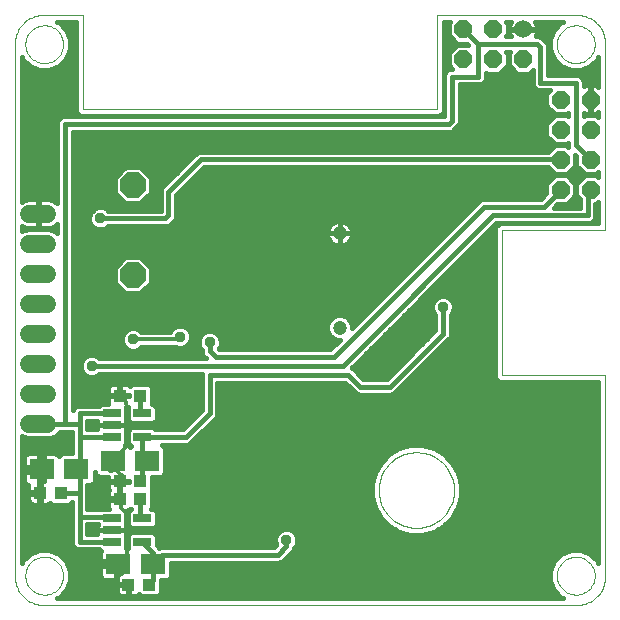
<source format=gbl>
G75*
G70*
%OFA0B0*%
%FSLAX24Y24*%
%IPPOS*%
%LPD*%
%AMOC8*
5,1,8,0,0,1.08239X$1,22.5*
%
%ADD10C,0.0000*%
%ADD11R,0.0591X0.0276*%
%ADD12R,0.0413X0.0425*%
%ADD13R,0.0846X0.0709*%
%ADD14C,0.0600*%
%ADD15OC8,0.0600*%
%ADD16C,0.0600*%
%ADD17C,0.0472*%
%ADD18OC8,0.0850*%
%ADD19C,0.0160*%
%ADD20C,0.0118*%
%ADD21C,0.0157*%
%ADD22C,0.0376*%
D10*
X000629Y001245D02*
X000629Y018961D01*
X000983Y018961D02*
X000985Y019011D01*
X000991Y019061D01*
X001001Y019110D01*
X001015Y019158D01*
X001032Y019205D01*
X001053Y019250D01*
X001078Y019294D01*
X001106Y019335D01*
X001138Y019374D01*
X001172Y019411D01*
X001209Y019445D01*
X001249Y019475D01*
X001291Y019502D01*
X001335Y019526D01*
X001381Y019547D01*
X001428Y019563D01*
X001476Y019576D01*
X001526Y019585D01*
X001575Y019590D01*
X001626Y019591D01*
X001676Y019588D01*
X001725Y019581D01*
X001774Y019570D01*
X001822Y019555D01*
X001868Y019537D01*
X001913Y019515D01*
X001956Y019489D01*
X001997Y019460D01*
X002036Y019428D01*
X002072Y019393D01*
X002104Y019355D01*
X002134Y019315D01*
X002161Y019272D01*
X002184Y019228D01*
X002203Y019182D01*
X002219Y019134D01*
X002231Y019085D01*
X002239Y019036D01*
X002243Y018986D01*
X002243Y018936D01*
X002239Y018886D01*
X002231Y018837D01*
X002219Y018788D01*
X002203Y018740D01*
X002184Y018694D01*
X002161Y018650D01*
X002134Y018607D01*
X002104Y018567D01*
X002072Y018529D01*
X002036Y018494D01*
X001997Y018462D01*
X001956Y018433D01*
X001913Y018407D01*
X001868Y018385D01*
X001822Y018367D01*
X001774Y018352D01*
X001725Y018341D01*
X001676Y018334D01*
X001626Y018331D01*
X001575Y018332D01*
X001526Y018337D01*
X001476Y018346D01*
X001428Y018359D01*
X001381Y018375D01*
X001335Y018396D01*
X001291Y018420D01*
X001249Y018447D01*
X001209Y018477D01*
X001172Y018511D01*
X001138Y018548D01*
X001106Y018587D01*
X001078Y018628D01*
X001053Y018672D01*
X001032Y018717D01*
X001015Y018764D01*
X001001Y018812D01*
X000991Y018861D01*
X000985Y018911D01*
X000983Y018961D01*
X000629Y018961D02*
X000631Y019023D01*
X000637Y019084D01*
X000646Y019145D01*
X000660Y019206D01*
X000677Y019265D01*
X000698Y019323D01*
X000723Y019380D01*
X000751Y019435D01*
X000782Y019488D01*
X000817Y019539D01*
X000855Y019588D01*
X000896Y019635D01*
X000939Y019678D01*
X000986Y019719D01*
X001035Y019757D01*
X001086Y019792D01*
X001139Y019823D01*
X001194Y019851D01*
X001251Y019876D01*
X001309Y019897D01*
X001368Y019914D01*
X001429Y019928D01*
X001490Y019937D01*
X001551Y019943D01*
X001613Y019945D01*
X001613Y019946D02*
X002893Y019946D01*
X002893Y016796D01*
X014704Y016796D01*
X014704Y019946D01*
X019330Y019946D01*
X018700Y018961D02*
X018702Y019011D01*
X018708Y019061D01*
X018718Y019110D01*
X018732Y019158D01*
X018749Y019205D01*
X018770Y019250D01*
X018795Y019294D01*
X018823Y019335D01*
X018855Y019374D01*
X018889Y019411D01*
X018926Y019445D01*
X018966Y019475D01*
X019008Y019502D01*
X019052Y019526D01*
X019098Y019547D01*
X019145Y019563D01*
X019193Y019576D01*
X019243Y019585D01*
X019292Y019590D01*
X019343Y019591D01*
X019393Y019588D01*
X019442Y019581D01*
X019491Y019570D01*
X019539Y019555D01*
X019585Y019537D01*
X019630Y019515D01*
X019673Y019489D01*
X019714Y019460D01*
X019753Y019428D01*
X019789Y019393D01*
X019821Y019355D01*
X019851Y019315D01*
X019878Y019272D01*
X019901Y019228D01*
X019920Y019182D01*
X019936Y019134D01*
X019948Y019085D01*
X019956Y019036D01*
X019960Y018986D01*
X019960Y018936D01*
X019956Y018886D01*
X019948Y018837D01*
X019936Y018788D01*
X019920Y018740D01*
X019901Y018694D01*
X019878Y018650D01*
X019851Y018607D01*
X019821Y018567D01*
X019789Y018529D01*
X019753Y018494D01*
X019714Y018462D01*
X019673Y018433D01*
X019630Y018407D01*
X019585Y018385D01*
X019539Y018367D01*
X019491Y018352D01*
X019442Y018341D01*
X019393Y018334D01*
X019343Y018331D01*
X019292Y018332D01*
X019243Y018337D01*
X019193Y018346D01*
X019145Y018359D01*
X019098Y018375D01*
X019052Y018396D01*
X019008Y018420D01*
X018966Y018447D01*
X018926Y018477D01*
X018889Y018511D01*
X018855Y018548D01*
X018823Y018587D01*
X018795Y018628D01*
X018770Y018672D01*
X018749Y018717D01*
X018732Y018764D01*
X018718Y018812D01*
X018708Y018861D01*
X018702Y018911D01*
X018700Y018961D01*
X019330Y019945D02*
X019392Y019943D01*
X019453Y019937D01*
X019514Y019928D01*
X019575Y019914D01*
X019634Y019897D01*
X019692Y019876D01*
X019749Y019851D01*
X019804Y019823D01*
X019857Y019792D01*
X019908Y019757D01*
X019957Y019719D01*
X020004Y019678D01*
X020047Y019635D01*
X020088Y019588D01*
X020126Y019539D01*
X020161Y019488D01*
X020192Y019435D01*
X020220Y019380D01*
X020245Y019323D01*
X020266Y019265D01*
X020283Y019206D01*
X020297Y019145D01*
X020306Y019084D01*
X020312Y019023D01*
X020314Y018961D01*
X020314Y012761D01*
X016869Y012761D01*
X016869Y007938D01*
X020314Y007938D01*
X020314Y001245D01*
X018700Y001245D02*
X018702Y001295D01*
X018708Y001345D01*
X018718Y001394D01*
X018732Y001442D01*
X018749Y001489D01*
X018770Y001534D01*
X018795Y001578D01*
X018823Y001619D01*
X018855Y001658D01*
X018889Y001695D01*
X018926Y001729D01*
X018966Y001759D01*
X019008Y001786D01*
X019052Y001810D01*
X019098Y001831D01*
X019145Y001847D01*
X019193Y001860D01*
X019243Y001869D01*
X019292Y001874D01*
X019343Y001875D01*
X019393Y001872D01*
X019442Y001865D01*
X019491Y001854D01*
X019539Y001839D01*
X019585Y001821D01*
X019630Y001799D01*
X019673Y001773D01*
X019714Y001744D01*
X019753Y001712D01*
X019789Y001677D01*
X019821Y001639D01*
X019851Y001599D01*
X019878Y001556D01*
X019901Y001512D01*
X019920Y001466D01*
X019936Y001418D01*
X019948Y001369D01*
X019956Y001320D01*
X019960Y001270D01*
X019960Y001220D01*
X019956Y001170D01*
X019948Y001121D01*
X019936Y001072D01*
X019920Y001024D01*
X019901Y000978D01*
X019878Y000934D01*
X019851Y000891D01*
X019821Y000851D01*
X019789Y000813D01*
X019753Y000778D01*
X019714Y000746D01*
X019673Y000717D01*
X019630Y000691D01*
X019585Y000669D01*
X019539Y000651D01*
X019491Y000636D01*
X019442Y000625D01*
X019393Y000618D01*
X019343Y000615D01*
X019292Y000616D01*
X019243Y000621D01*
X019193Y000630D01*
X019145Y000643D01*
X019098Y000659D01*
X019052Y000680D01*
X019008Y000704D01*
X018966Y000731D01*
X018926Y000761D01*
X018889Y000795D01*
X018855Y000832D01*
X018823Y000871D01*
X018795Y000912D01*
X018770Y000956D01*
X018749Y001001D01*
X018732Y001048D01*
X018718Y001096D01*
X018708Y001145D01*
X018702Y001195D01*
X018700Y001245D01*
X019330Y000261D02*
X019392Y000263D01*
X019453Y000269D01*
X019514Y000278D01*
X019575Y000292D01*
X019634Y000309D01*
X019692Y000330D01*
X019749Y000355D01*
X019804Y000383D01*
X019857Y000414D01*
X019908Y000449D01*
X019957Y000487D01*
X020004Y000528D01*
X020047Y000571D01*
X020088Y000618D01*
X020126Y000667D01*
X020161Y000718D01*
X020192Y000771D01*
X020220Y000826D01*
X020245Y000883D01*
X020266Y000941D01*
X020283Y001000D01*
X020297Y001061D01*
X020306Y001122D01*
X020312Y001183D01*
X020314Y001245D01*
X019330Y000261D02*
X001613Y000261D01*
X000983Y001245D02*
X000985Y001295D01*
X000991Y001345D01*
X001001Y001394D01*
X001015Y001442D01*
X001032Y001489D01*
X001053Y001534D01*
X001078Y001578D01*
X001106Y001619D01*
X001138Y001658D01*
X001172Y001695D01*
X001209Y001729D01*
X001249Y001759D01*
X001291Y001786D01*
X001335Y001810D01*
X001381Y001831D01*
X001428Y001847D01*
X001476Y001860D01*
X001526Y001869D01*
X001575Y001874D01*
X001626Y001875D01*
X001676Y001872D01*
X001725Y001865D01*
X001774Y001854D01*
X001822Y001839D01*
X001868Y001821D01*
X001913Y001799D01*
X001956Y001773D01*
X001997Y001744D01*
X002036Y001712D01*
X002072Y001677D01*
X002104Y001639D01*
X002134Y001599D01*
X002161Y001556D01*
X002184Y001512D01*
X002203Y001466D01*
X002219Y001418D01*
X002231Y001369D01*
X002239Y001320D01*
X002243Y001270D01*
X002243Y001220D01*
X002239Y001170D01*
X002231Y001121D01*
X002219Y001072D01*
X002203Y001024D01*
X002184Y000978D01*
X002161Y000934D01*
X002134Y000891D01*
X002104Y000851D01*
X002072Y000813D01*
X002036Y000778D01*
X001997Y000746D01*
X001956Y000717D01*
X001913Y000691D01*
X001868Y000669D01*
X001822Y000651D01*
X001774Y000636D01*
X001725Y000625D01*
X001676Y000618D01*
X001626Y000615D01*
X001575Y000616D01*
X001526Y000621D01*
X001476Y000630D01*
X001428Y000643D01*
X001381Y000659D01*
X001335Y000680D01*
X001291Y000704D01*
X001249Y000731D01*
X001209Y000761D01*
X001172Y000795D01*
X001138Y000832D01*
X001106Y000871D01*
X001078Y000912D01*
X001053Y000956D01*
X001032Y001001D01*
X001015Y001048D01*
X001001Y001096D01*
X000991Y001145D01*
X000985Y001195D01*
X000983Y001245D01*
X000629Y001245D02*
X000631Y001183D01*
X000637Y001122D01*
X000646Y001061D01*
X000660Y001000D01*
X000677Y000941D01*
X000698Y000883D01*
X000723Y000826D01*
X000751Y000771D01*
X000782Y000718D01*
X000817Y000667D01*
X000855Y000618D01*
X000896Y000571D01*
X000939Y000528D01*
X000986Y000487D01*
X001035Y000449D01*
X001086Y000414D01*
X001139Y000383D01*
X001194Y000355D01*
X001251Y000330D01*
X001309Y000309D01*
X001368Y000292D01*
X001429Y000278D01*
X001490Y000269D01*
X001551Y000263D01*
X001613Y000261D01*
X012755Y004099D02*
X012757Y004170D01*
X012763Y004240D01*
X012773Y004310D01*
X012787Y004379D01*
X012804Y004448D01*
X012826Y004515D01*
X012851Y004581D01*
X012880Y004646D01*
X012912Y004708D01*
X012948Y004769D01*
X012987Y004828D01*
X013030Y004885D01*
X013075Y004939D01*
X013124Y004990D01*
X013175Y005039D01*
X013229Y005084D01*
X013286Y005127D01*
X013345Y005166D01*
X013406Y005202D01*
X013468Y005234D01*
X013533Y005263D01*
X013599Y005288D01*
X013666Y005310D01*
X013735Y005327D01*
X013804Y005341D01*
X013874Y005351D01*
X013944Y005357D01*
X014015Y005359D01*
X014086Y005357D01*
X014156Y005351D01*
X014226Y005341D01*
X014295Y005327D01*
X014364Y005310D01*
X014431Y005288D01*
X014497Y005263D01*
X014562Y005234D01*
X014624Y005202D01*
X014685Y005166D01*
X014744Y005127D01*
X014801Y005084D01*
X014855Y005039D01*
X014906Y004990D01*
X014955Y004939D01*
X015000Y004885D01*
X015043Y004828D01*
X015082Y004769D01*
X015118Y004708D01*
X015150Y004646D01*
X015179Y004581D01*
X015204Y004515D01*
X015226Y004448D01*
X015243Y004379D01*
X015257Y004310D01*
X015267Y004240D01*
X015273Y004170D01*
X015275Y004099D01*
X015273Y004028D01*
X015267Y003958D01*
X015257Y003888D01*
X015243Y003819D01*
X015226Y003750D01*
X015204Y003683D01*
X015179Y003617D01*
X015150Y003552D01*
X015118Y003490D01*
X015082Y003429D01*
X015043Y003370D01*
X015000Y003313D01*
X014955Y003259D01*
X014906Y003208D01*
X014855Y003159D01*
X014801Y003114D01*
X014744Y003071D01*
X014685Y003032D01*
X014624Y002996D01*
X014562Y002964D01*
X014497Y002935D01*
X014431Y002910D01*
X014364Y002888D01*
X014295Y002871D01*
X014226Y002857D01*
X014156Y002847D01*
X014086Y002841D01*
X014015Y002839D01*
X013944Y002841D01*
X013874Y002847D01*
X013804Y002857D01*
X013735Y002871D01*
X013666Y002888D01*
X013599Y002910D01*
X013533Y002935D01*
X013468Y002964D01*
X013406Y002996D01*
X013345Y003032D01*
X013286Y003071D01*
X013229Y003114D01*
X013175Y003159D01*
X013124Y003208D01*
X013075Y003259D01*
X013030Y003313D01*
X012987Y003370D01*
X012948Y003429D01*
X012912Y003490D01*
X012880Y003552D01*
X012851Y003617D01*
X012826Y003683D01*
X012804Y003750D01*
X012787Y003819D01*
X012773Y003888D01*
X012763Y003958D01*
X012757Y004028D01*
X012755Y004099D01*
D11*
X004885Y003163D03*
X004882Y002380D03*
X003859Y002378D03*
X003861Y002772D03*
X003864Y003165D03*
X003854Y005868D03*
X003856Y006263D03*
X003859Y006655D03*
X004880Y006653D03*
X004877Y005870D03*
D12*
X004812Y007248D03*
X004124Y007248D03*
X004124Y004394D03*
X004123Y003805D03*
X004812Y003805D03*
X004813Y004394D03*
X002154Y004001D03*
X001465Y004001D03*
X004419Y000950D03*
X005107Y000950D03*
D13*
X005245Y001640D03*
X004084Y001640D03*
X002686Y004787D03*
X001525Y004787D03*
X003887Y005083D03*
X005049Y005083D03*
D14*
X017574Y019461D03*
D15*
X016574Y019461D03*
X016574Y018461D03*
X017574Y018461D03*
X018830Y017115D03*
X018830Y016115D03*
X018830Y015115D03*
X018830Y014115D03*
X019830Y014115D03*
X019830Y015115D03*
X019830Y016115D03*
X019830Y017115D03*
X015574Y018461D03*
X015574Y019461D03*
D16*
X001717Y013308D02*
X001117Y013308D01*
X001117Y012308D02*
X001717Y012308D01*
X001717Y011308D02*
X001117Y011308D01*
X001117Y010308D02*
X001717Y010308D01*
X001717Y009308D02*
X001117Y009308D01*
X001117Y008308D02*
X001717Y008308D01*
X001717Y007308D02*
X001117Y007308D01*
X001117Y006308D02*
X001717Y006308D01*
D17*
X011456Y009512D03*
X011456Y012662D03*
D18*
X004565Y011261D03*
X004565Y014261D03*
D19*
X004997Y014684D02*
X006025Y014684D01*
X005867Y014526D02*
X005156Y014526D01*
X005170Y014512D02*
X004816Y014866D01*
X004314Y014866D01*
X003960Y014512D01*
X003960Y014010D01*
X004314Y013656D01*
X004816Y013656D01*
X005170Y014010D01*
X005170Y014512D01*
X005170Y014367D02*
X005708Y014367D01*
X005601Y014260D02*
X005528Y014187D01*
X005488Y014092D01*
X005488Y013413D01*
X003745Y013413D01*
X003692Y013466D01*
X003557Y013522D01*
X003410Y013522D01*
X003275Y013466D01*
X003171Y013363D01*
X003115Y013228D01*
X003115Y013081D01*
X003171Y012946D01*
X003275Y012842D01*
X003410Y012786D01*
X003557Y012786D01*
X003692Y012842D01*
X003745Y012896D01*
X005700Y012896D01*
X005795Y012935D01*
X005868Y013008D01*
X005967Y013106D01*
X006006Y013201D01*
X006006Y013933D01*
X006937Y014864D01*
X018402Y014864D01*
X018631Y014635D01*
X019029Y014635D01*
X019310Y014916D01*
X019310Y015269D01*
X019350Y015229D01*
X019350Y014916D01*
X019631Y014635D01*
X020029Y014635D01*
X020084Y014691D01*
X020084Y014540D01*
X020029Y014595D01*
X019631Y014595D01*
X019350Y014314D01*
X019350Y013916D01*
X019465Y013801D01*
X019465Y013511D01*
X018592Y013511D01*
X018716Y013635D01*
X019029Y013635D01*
X019310Y013916D01*
X019310Y014314D01*
X019029Y014595D01*
X018631Y014595D01*
X018350Y014314D01*
X018350Y014001D01*
X018156Y013807D01*
X016227Y013807D01*
X016132Y013767D01*
X011872Y009507D01*
X011872Y009595D01*
X011809Y009748D01*
X011692Y009865D01*
X011539Y009928D01*
X011373Y009928D01*
X011220Y009865D01*
X011103Y009748D01*
X011040Y009595D01*
X011040Y009429D01*
X011103Y009276D01*
X011220Y009159D01*
X011373Y009096D01*
X011461Y009096D01*
X011152Y008787D01*
X007429Y008787D01*
X007421Y008795D01*
X007437Y008812D01*
X007493Y008947D01*
X007493Y009094D01*
X007437Y009229D01*
X007334Y009333D01*
X007198Y009389D01*
X007052Y009389D01*
X006917Y009333D01*
X006813Y009229D01*
X006757Y009094D01*
X006757Y008947D01*
X006813Y008812D01*
X006866Y008759D01*
X006866Y008674D01*
X006906Y008579D01*
X006979Y008506D01*
X006993Y008492D01*
X003450Y008492D01*
X003397Y008545D01*
X003261Y008601D01*
X003115Y008601D01*
X002980Y008545D01*
X002876Y008442D01*
X002820Y008306D01*
X002820Y008160D01*
X002876Y008025D01*
X002980Y007921D01*
X003115Y007865D01*
X003261Y007865D01*
X003397Y007921D01*
X003450Y007974D01*
X006866Y007974D01*
X006866Y006765D01*
X006231Y006130D01*
X005305Y006130D01*
X005247Y006188D01*
X004507Y006188D01*
X004402Y006082D01*
X004402Y005658D01*
X004497Y005563D01*
X004464Y005531D01*
X004455Y005548D01*
X004421Y005581D01*
X004380Y005605D01*
X004334Y005617D01*
X004291Y005617D01*
X004330Y005656D01*
X004330Y006081D01*
X004327Y006084D01*
X004332Y006101D01*
X004332Y006263D01*
X004332Y006424D01*
X004328Y006437D01*
X004334Y006443D01*
X004334Y006856D01*
X004354Y006856D01*
X004400Y006868D01*
X004418Y006878D01*
X004405Y006865D01*
X004405Y006441D01*
X004510Y006335D01*
X005250Y006335D01*
X005355Y006441D01*
X005355Y006865D01*
X005250Y006971D01*
X005199Y006971D01*
X005199Y007535D01*
X005094Y007641D01*
X004531Y007641D01*
X004468Y007578D01*
X004441Y007605D01*
X004400Y007629D01*
X004354Y007641D01*
X004147Y007641D01*
X004147Y007272D01*
X004100Y007272D01*
X004100Y007641D01*
X003893Y007641D01*
X003847Y007629D01*
X003806Y007605D01*
X003773Y007571D01*
X003749Y007530D01*
X003737Y007485D01*
X003737Y007272D01*
X004100Y007272D01*
X004100Y007225D01*
X003737Y007225D01*
X003737Y007012D01*
X003747Y006973D01*
X003489Y006973D01*
X003430Y006914D01*
X002853Y006914D01*
X002846Y006917D01*
X002743Y006917D01*
X002648Y006878D01*
X002575Y006805D01*
X002561Y006771D01*
X002561Y016045D01*
X015149Y016045D01*
X015244Y016085D01*
X015317Y016157D01*
X015415Y016256D01*
X015455Y016351D01*
X015455Y017620D01*
X016133Y017620D01*
X016228Y017659D01*
X016301Y017732D01*
X016341Y017827D01*
X016341Y018016D01*
X016375Y017981D01*
X016773Y017981D01*
X017054Y018262D01*
X017054Y018660D01*
X017011Y018703D01*
X017137Y018703D01*
X017094Y018660D01*
X017094Y018262D01*
X017375Y017981D01*
X017773Y017981D01*
X017890Y018098D01*
X017890Y017630D01*
X017929Y017535D01*
X018002Y017463D01*
X018097Y017423D01*
X018459Y017423D01*
X018350Y017314D01*
X018350Y016916D01*
X018631Y016635D01*
X019029Y016635D01*
X019071Y016678D01*
X019071Y016553D01*
X019029Y016595D01*
X018631Y016595D01*
X018350Y016314D01*
X018350Y015916D01*
X018631Y015635D01*
X019029Y015635D01*
X019071Y015635D01*
X019029Y015635D02*
X019071Y015678D01*
X019071Y015563D01*
X019079Y015545D01*
X019029Y015595D01*
X018631Y015595D01*
X018418Y015382D01*
X006778Y015382D01*
X006683Y015342D01*
X005601Y014260D01*
X005550Y014209D02*
X005170Y014209D01*
X005170Y014050D02*
X005488Y014050D01*
X005488Y013892D02*
X005051Y013892D01*
X004893Y013733D02*
X005488Y013733D01*
X005488Y013575D02*
X002561Y013575D01*
X002561Y013733D02*
X004237Y013733D01*
X004079Y013892D02*
X002561Y013892D01*
X002561Y014050D02*
X003960Y014050D01*
X003960Y014209D02*
X002561Y014209D01*
X002561Y014367D02*
X003960Y014367D01*
X003974Y014526D02*
X002561Y014526D01*
X002561Y014684D02*
X004133Y014684D01*
X004291Y014843D02*
X002561Y014843D01*
X002561Y015001D02*
X006342Y015001D01*
X006184Y014843D02*
X004839Y014843D01*
X006006Y013892D02*
X018241Y013892D01*
X018350Y014050D02*
X006123Y014050D01*
X006282Y014209D02*
X018350Y014209D01*
X018403Y014367D02*
X006440Y014367D01*
X006599Y014526D02*
X018562Y014526D01*
X018582Y014684D02*
X006757Y014684D01*
X006916Y014843D02*
X018424Y014843D01*
X019078Y014684D02*
X019582Y014684D01*
X019562Y014526D02*
X019098Y014526D01*
X019257Y014367D02*
X019403Y014367D01*
X019350Y014209D02*
X019310Y014209D01*
X019310Y014050D02*
X019350Y014050D01*
X019375Y013892D02*
X019285Y013892D01*
X019127Y013733D02*
X019465Y013733D01*
X019465Y013575D02*
X018655Y013575D01*
X019775Y012994D02*
X016681Y012994D01*
X011860Y008173D01*
X011898Y008157D01*
X012252Y007803D01*
X013022Y007803D01*
X014642Y009423D01*
X014642Y009940D01*
X014589Y009993D01*
X014533Y010128D01*
X014533Y010275D01*
X014589Y010410D01*
X014692Y010514D01*
X014828Y010570D01*
X014974Y010570D01*
X015109Y010514D01*
X015213Y010410D01*
X015269Y010275D01*
X015269Y010128D01*
X015213Y009993D01*
X015159Y009940D01*
X015159Y009264D01*
X015120Y009169D01*
X015047Y009096D01*
X013276Y007325D01*
X013181Y007285D01*
X012093Y007285D01*
X011998Y007325D01*
X011926Y007398D01*
X011644Y007679D01*
X007384Y007679D01*
X007384Y006607D01*
X007345Y006512D01*
X007272Y006439D01*
X006484Y005652D01*
X006389Y005612D01*
X005552Y005612D01*
X005652Y005512D01*
X005652Y004654D01*
X005547Y004549D01*
X005199Y004549D01*
X005199Y004107D01*
X005191Y004099D01*
X005199Y004092D01*
X005199Y003518D01*
X005162Y003480D01*
X005255Y003480D01*
X005360Y003375D01*
X005360Y002950D01*
X005255Y002845D01*
X004515Y002845D01*
X004410Y002950D01*
X004410Y003375D01*
X004489Y003454D01*
X004468Y003475D01*
X004440Y003448D01*
X004399Y003424D01*
X004354Y003412D01*
X004304Y003412D01*
X004339Y003377D01*
X004339Y002953D01*
X004333Y002947D01*
X004337Y002934D01*
X004337Y002772D01*
X003861Y002772D01*
X003386Y002772D01*
X003386Y002637D01*
X003053Y002637D01*
X003053Y002955D01*
X003388Y002955D01*
X003388Y002953D01*
X003391Y002951D01*
X003386Y002934D01*
X003386Y002772D01*
X003861Y002772D01*
X003861Y002772D01*
X003861Y002772D01*
X004337Y002772D01*
X004337Y002611D01*
X004332Y002593D01*
X004335Y002590D01*
X004335Y002174D01*
X004407Y002174D01*
X004407Y002592D01*
X004512Y002697D01*
X005252Y002697D01*
X005358Y002592D01*
X005358Y002270D01*
X005392Y002236D01*
X005451Y002177D01*
X005488Y002193D01*
X009282Y002193D01*
X009353Y002264D01*
X009316Y002353D01*
X009316Y002499D01*
X009372Y002635D01*
X009476Y002738D01*
X009611Y002794D01*
X009757Y002794D01*
X009893Y002738D01*
X009996Y002635D01*
X010052Y002499D01*
X010052Y002353D01*
X009996Y002217D01*
X009933Y002155D01*
X009904Y002083D01*
X009831Y002010D01*
X009536Y001715D01*
X009440Y001675D01*
X005848Y001675D01*
X005848Y001211D01*
X005743Y001105D01*
X005504Y001105D01*
X005504Y001036D01*
X005494Y001013D01*
X005494Y000662D01*
X005389Y000557D01*
X004826Y000557D01*
X004763Y000620D01*
X004736Y000593D01*
X004695Y000569D01*
X004649Y000557D01*
X004442Y000557D01*
X004442Y000926D01*
X004395Y000926D01*
X004395Y000557D01*
X004188Y000557D01*
X004142Y000569D01*
X004101Y000593D01*
X004068Y000626D01*
X004044Y000668D01*
X004032Y000713D01*
X004032Y000926D01*
X004395Y000926D01*
X004395Y000973D01*
X004032Y000973D01*
X004032Y001186D01*
X004044Y001232D01*
X004068Y001273D01*
X004101Y001306D01*
X004142Y001330D01*
X004164Y001336D01*
X004164Y001560D01*
X004004Y001560D01*
X004004Y001105D01*
X003637Y001105D01*
X003591Y001118D01*
X003550Y001141D01*
X003516Y001175D01*
X003493Y001216D01*
X003480Y001262D01*
X003480Y001560D01*
X004004Y001560D01*
X004004Y001720D01*
X003480Y001720D01*
X003480Y002018D01*
X003492Y002060D01*
X003490Y002060D01*
X003431Y002119D01*
X002743Y002119D01*
X002648Y002159D01*
X002575Y002231D01*
X002536Y002326D01*
X002536Y003709D01*
X002435Y003608D01*
X001872Y003608D01*
X001809Y003672D01*
X001782Y003644D01*
X001741Y003621D01*
X001695Y003608D01*
X001488Y003608D01*
X001488Y003978D01*
X001441Y003978D01*
X001078Y003978D01*
X001078Y003765D01*
X001090Y003719D01*
X001114Y003678D01*
X001147Y003644D01*
X001188Y003621D01*
X001234Y003608D01*
X001441Y003608D01*
X001441Y003978D01*
X001441Y004024D01*
X001078Y004024D01*
X001078Y004237D01*
X001082Y004253D01*
X001078Y004253D01*
X001032Y004265D01*
X000991Y004289D01*
X000957Y004323D01*
X000934Y004364D01*
X000921Y004409D01*
X000921Y004707D01*
X001445Y004707D01*
X001605Y004707D01*
X001605Y004393D01*
X001488Y004393D01*
X001488Y004024D01*
X001441Y004024D01*
X001441Y004253D01*
X001445Y004253D01*
X001445Y004707D01*
X001445Y004867D01*
X000921Y004867D01*
X000921Y005165D01*
X000934Y005211D01*
X000957Y005252D01*
X000991Y005286D01*
X001032Y005309D01*
X001078Y005322D01*
X001445Y005322D01*
X001445Y004867D01*
X001605Y004867D01*
X001605Y005322D01*
X001972Y005322D01*
X002017Y005309D01*
X002058Y005286D01*
X002092Y005252D01*
X002102Y005235D01*
X002188Y005322D01*
X002536Y005322D01*
X002536Y006049D01*
X002361Y006049D01*
X002354Y006046D01*
X002353Y006046D01*
X002352Y006046D01*
X002301Y006046D01*
X002251Y006046D01*
X002250Y006047D01*
X002128Y006047D01*
X002124Y006036D01*
X001989Y005901D01*
X001812Y005828D01*
X001021Y005828D01*
X000859Y005895D01*
X000859Y001671D01*
X000884Y001732D01*
X001126Y001974D01*
X001442Y002105D01*
X001784Y002105D01*
X002100Y001974D01*
X002342Y001732D01*
X002473Y001416D01*
X002473Y001074D01*
X002342Y000758D01*
X002100Y000516D01*
X002040Y000491D01*
X018904Y000491D01*
X018843Y000516D01*
X018601Y000758D01*
X018470Y001074D01*
X018470Y001416D01*
X018601Y001732D01*
X018843Y001974D01*
X019159Y002105D01*
X019501Y002105D01*
X019817Y001974D01*
X020059Y001732D01*
X020084Y001671D01*
X020084Y007708D01*
X016774Y007708D01*
X016639Y007843D01*
X016639Y012856D01*
X016774Y012991D01*
X020084Y012991D01*
X020084Y013691D01*
X020029Y013635D01*
X019982Y013635D01*
X019982Y013201D01*
X019943Y013106D01*
X019870Y013033D01*
X019775Y012994D01*
X019936Y013099D02*
X020084Y013099D01*
X020084Y013258D02*
X019982Y013258D01*
X019982Y013416D02*
X020084Y013416D01*
X020084Y013575D02*
X019982Y013575D01*
X020078Y014684D02*
X020084Y014684D01*
X019424Y014843D02*
X019236Y014843D01*
X019310Y015001D02*
X019350Y015001D01*
X019350Y015160D02*
X019310Y015160D01*
X018631Y015635D02*
X002561Y015635D01*
X002561Y015477D02*
X018513Y015477D01*
X018473Y015794D02*
X002561Y015794D01*
X002561Y015952D02*
X018350Y015952D01*
X018350Y016111D02*
X015270Y016111D01*
X015421Y016269D02*
X018350Y016269D01*
X018464Y016428D02*
X015455Y016428D01*
X015455Y016586D02*
X018622Y016586D01*
X018522Y016745D02*
X015455Y016745D01*
X015455Y016903D02*
X018363Y016903D01*
X018350Y017062D02*
X015455Y017062D01*
X015455Y017220D02*
X018350Y017220D01*
X018415Y017379D02*
X015455Y017379D01*
X015455Y017537D02*
X017929Y017537D01*
X017890Y017696D02*
X016265Y017696D01*
X016341Y017854D02*
X017890Y017854D01*
X017890Y018013D02*
X017804Y018013D01*
X017343Y018013D02*
X016804Y018013D01*
X016963Y018171D02*
X017185Y018171D01*
X017094Y018330D02*
X017054Y018330D01*
X017054Y018488D02*
X017094Y018488D01*
X017094Y018647D02*
X017054Y018647D01*
X017012Y019220D02*
X017054Y019262D01*
X017054Y019660D01*
X016998Y019716D01*
X017166Y019716D01*
X017163Y019713D01*
X017129Y019645D01*
X017106Y019573D01*
X017094Y019499D01*
X017094Y019481D01*
X017554Y019481D01*
X017554Y019441D01*
X017094Y019441D01*
X017094Y019423D01*
X017106Y019349D01*
X017129Y019277D01*
X017158Y019220D01*
X017012Y019220D01*
X017054Y019281D02*
X017128Y019281D01*
X017094Y019439D02*
X017054Y019439D01*
X017054Y019598D02*
X017114Y019598D01*
X017594Y019481D02*
X017594Y019441D01*
X018054Y019441D01*
X018054Y019423D01*
X018042Y019349D01*
X018019Y019277D01*
X017990Y019220D01*
X018102Y019220D01*
X018197Y019181D01*
X018295Y019082D01*
X018368Y019010D01*
X018408Y018914D01*
X018408Y017941D01*
X019278Y017941D01*
X019381Y017941D01*
X019476Y017901D01*
X019549Y017828D01*
X019589Y017733D01*
X019589Y017553D01*
X019631Y017595D01*
X019810Y017595D01*
X019810Y017135D01*
X019850Y017135D01*
X019850Y017595D01*
X020029Y017595D01*
X020084Y017540D01*
X020084Y018535D01*
X020059Y018474D01*
X019817Y018232D01*
X019501Y018101D01*
X019159Y018101D01*
X018843Y018232D01*
X018601Y018474D01*
X018470Y018790D01*
X018470Y019132D01*
X018601Y019449D01*
X018843Y019690D01*
X018904Y019716D01*
X017982Y019716D01*
X017984Y019713D01*
X018019Y019645D01*
X018042Y019573D01*
X018054Y019499D01*
X018054Y019481D01*
X017594Y019481D01*
X018034Y019598D02*
X018750Y019598D01*
X018597Y019439D02*
X018054Y019439D01*
X018020Y019281D02*
X018531Y019281D01*
X018470Y019122D02*
X018256Y019122D01*
X018387Y018964D02*
X018470Y018964D01*
X018470Y018805D02*
X018408Y018805D01*
X018408Y018647D02*
X018529Y018647D01*
X018595Y018488D02*
X018408Y018488D01*
X018408Y018330D02*
X018746Y018330D01*
X018991Y018171D02*
X018408Y018171D01*
X018408Y018013D02*
X020084Y018013D01*
X020084Y018171D02*
X019669Y018171D01*
X019914Y018330D02*
X020084Y018330D01*
X020084Y018488D02*
X020065Y018488D01*
X020084Y017854D02*
X019524Y017854D01*
X019589Y017696D02*
X020084Y017696D01*
X019850Y017537D02*
X019810Y017537D01*
X019810Y017379D02*
X019850Y017379D01*
X019850Y017220D02*
X019810Y017220D01*
X019810Y017095D02*
X019850Y017095D01*
X019850Y016635D01*
X020029Y016635D01*
X020084Y016691D01*
X020084Y016540D01*
X020029Y016595D01*
X019631Y016595D01*
X019589Y016553D01*
X019589Y016678D01*
X019631Y016635D01*
X019810Y016635D01*
X019810Y017095D01*
X019810Y017062D02*
X019850Y017062D01*
X019850Y016903D02*
X019810Y016903D01*
X019810Y016745D02*
X019850Y016745D01*
X020038Y016586D02*
X020084Y016586D01*
X019622Y016586D02*
X019589Y016586D01*
X019071Y016586D02*
X019038Y016586D01*
X016343Y018013D02*
X016341Y018013D01*
X015728Y018941D02*
X015375Y018941D01*
X015094Y018660D01*
X015094Y018262D01*
X015219Y018137D01*
X015145Y018137D01*
X015049Y018098D01*
X014977Y018025D01*
X014937Y017930D01*
X014937Y016563D01*
X002251Y016563D01*
X002156Y016523D01*
X002083Y016451D01*
X002044Y016355D01*
X002044Y013660D01*
X002029Y013674D01*
X001968Y013718D01*
X001901Y013753D01*
X001829Y013776D01*
X001754Y013788D01*
X001437Y013788D01*
X001437Y013328D01*
X001397Y013328D01*
X001397Y013788D01*
X001079Y013788D01*
X001004Y013776D01*
X000932Y013753D01*
X000865Y013718D01*
X000859Y013714D01*
X000859Y018535D01*
X000884Y018474D01*
X001126Y018232D01*
X001442Y018101D01*
X001784Y018101D01*
X002100Y018232D01*
X002342Y018474D01*
X002473Y018790D01*
X002473Y019132D01*
X002342Y019449D01*
X002100Y019690D01*
X002040Y019716D01*
X002663Y019716D01*
X002663Y016701D01*
X002798Y016566D01*
X014799Y016566D01*
X014934Y016701D01*
X014934Y019716D01*
X015150Y019716D01*
X015094Y019660D01*
X015094Y019262D01*
X015375Y018981D01*
X015688Y018981D01*
X015728Y018941D01*
X015705Y018964D02*
X014934Y018964D01*
X014934Y019122D02*
X015234Y019122D01*
X015094Y019281D02*
X014934Y019281D01*
X014934Y019439D02*
X015094Y019439D01*
X015094Y019598D02*
X014934Y019598D01*
X014934Y018805D02*
X015239Y018805D01*
X015094Y018647D02*
X014934Y018647D01*
X014934Y018488D02*
X015094Y018488D01*
X015094Y018330D02*
X014934Y018330D01*
X014934Y018171D02*
X015185Y018171D01*
X014971Y018013D02*
X014934Y018013D01*
X014934Y017854D02*
X014937Y017854D01*
X014934Y017696D02*
X014937Y017696D01*
X014934Y017537D02*
X014937Y017537D01*
X014934Y017379D02*
X014937Y017379D01*
X014934Y017220D02*
X014937Y017220D01*
X014934Y017062D02*
X014937Y017062D01*
X014934Y016903D02*
X014937Y016903D01*
X014934Y016745D02*
X014937Y016745D01*
X014937Y016586D02*
X014819Y016586D01*
X016098Y013733D02*
X006006Y013733D01*
X006006Y013575D02*
X015939Y013575D01*
X015781Y013416D02*
X006006Y013416D01*
X006006Y013258D02*
X015622Y013258D01*
X015464Y013099D02*
X005960Y013099D01*
X005801Y012941D02*
X011146Y012941D01*
X011138Y012933D02*
X011100Y012880D01*
X011070Y012822D01*
X011050Y012759D01*
X011040Y012695D01*
X011040Y012662D01*
X011456Y012662D01*
X011456Y012662D01*
X011456Y013078D01*
X011489Y013078D01*
X011553Y013068D01*
X011616Y013048D01*
X011674Y013018D01*
X011727Y012979D01*
X011773Y012933D01*
X011812Y012880D01*
X011842Y012822D01*
X011862Y012759D01*
X011872Y012695D01*
X011872Y012662D01*
X011456Y012662D01*
X011456Y013078D01*
X011423Y013078D01*
X011358Y013068D01*
X011296Y013048D01*
X011238Y013018D01*
X011185Y012979D01*
X011138Y012933D01*
X011057Y012782D02*
X002561Y012782D01*
X002561Y012624D02*
X011041Y012624D01*
X011040Y012629D02*
X011050Y012564D01*
X011070Y012502D01*
X011100Y012444D01*
X011138Y012391D01*
X011185Y012344D01*
X011238Y012306D01*
X011296Y012276D01*
X011358Y012256D01*
X011423Y012246D01*
X011456Y012246D01*
X011489Y012246D01*
X011553Y012256D01*
X011616Y012276D01*
X011674Y012306D01*
X011727Y012344D01*
X011773Y012391D01*
X011812Y012444D01*
X011842Y012502D01*
X011862Y012564D01*
X011872Y012629D01*
X011872Y012662D01*
X011456Y012662D01*
X011456Y012662D01*
X011456Y012662D01*
X011040Y012662D01*
X011040Y012629D01*
X011089Y012465D02*
X002561Y012465D01*
X002561Y012307D02*
X011237Y012307D01*
X011456Y012307D02*
X011456Y012307D01*
X011456Y012246D02*
X011456Y012662D01*
X011456Y012662D01*
X011456Y012246D01*
X011456Y012465D02*
X011456Y012465D01*
X011456Y012624D02*
X011456Y012624D01*
X011456Y012782D02*
X011456Y012782D01*
X011456Y012941D02*
X011456Y012941D01*
X011766Y012941D02*
X015305Y012941D01*
X015147Y012782D02*
X011854Y012782D01*
X011871Y012624D02*
X014988Y012624D01*
X014830Y012465D02*
X011823Y012465D01*
X011675Y012307D02*
X014671Y012307D01*
X014513Y012148D02*
X002561Y012148D01*
X002561Y011990D02*
X014354Y011990D01*
X014196Y011831D02*
X004850Y011831D01*
X004816Y011866D02*
X004314Y011866D01*
X003960Y011512D01*
X003960Y011010D01*
X004314Y010656D01*
X004816Y010656D01*
X005170Y011010D01*
X005170Y011512D01*
X004816Y011866D01*
X005009Y011673D02*
X014037Y011673D01*
X013879Y011514D02*
X005167Y011514D01*
X005170Y011356D02*
X013720Y011356D01*
X013562Y011197D02*
X005170Y011197D01*
X005170Y011039D02*
X013403Y011039D01*
X013245Y010880D02*
X005040Y010880D01*
X004881Y010722D02*
X013086Y010722D01*
X012928Y010563D02*
X002561Y010563D01*
X002561Y010405D02*
X012769Y010405D01*
X012611Y010246D02*
X002561Y010246D01*
X002561Y010088D02*
X012452Y010088D01*
X012294Y009929D02*
X002561Y009929D01*
X002561Y009771D02*
X011126Y009771D01*
X011047Y009612D02*
X002561Y009612D01*
X002561Y009454D02*
X004412Y009454D01*
X004358Y009431D02*
X004254Y009327D01*
X004198Y009192D01*
X004198Y009046D01*
X004254Y008910D01*
X004358Y008807D01*
X004493Y008751D01*
X004639Y008751D01*
X004775Y008807D01*
X004848Y008880D01*
X005994Y008880D01*
X006068Y008849D01*
X006214Y008849D01*
X006349Y008905D01*
X006453Y009009D01*
X006509Y009144D01*
X006509Y009291D01*
X006453Y009426D01*
X006349Y009529D01*
X006214Y009585D01*
X006068Y009585D01*
X005932Y009529D01*
X005829Y009426D01*
X005801Y009358D01*
X004848Y009358D01*
X004775Y009431D01*
X004639Y009487D01*
X004493Y009487D01*
X004358Y009431D01*
X004241Y009295D02*
X002561Y009295D01*
X002561Y009137D02*
X004198Y009137D01*
X004226Y008978D02*
X002561Y008978D01*
X002561Y008820D02*
X004345Y008820D01*
X004787Y008820D02*
X006810Y008820D01*
X006757Y008978D02*
X006422Y008978D01*
X006506Y009137D02*
X006775Y009137D01*
X006879Y009295D02*
X006507Y009295D01*
X006425Y009454D02*
X011040Y009454D01*
X011095Y009295D02*
X007371Y009295D01*
X007475Y009137D02*
X011275Y009137D01*
X011343Y008978D02*
X007493Y008978D01*
X007440Y008820D02*
X011184Y008820D01*
X011873Y008186D02*
X013405Y008186D01*
X013563Y008344D02*
X012031Y008344D01*
X012190Y008503D02*
X013722Y008503D01*
X013880Y008661D02*
X012348Y008661D01*
X012507Y008820D02*
X014039Y008820D01*
X014197Y008978D02*
X012665Y008978D01*
X012824Y009137D02*
X014356Y009137D01*
X014514Y009295D02*
X012982Y009295D01*
X013141Y009454D02*
X014642Y009454D01*
X014642Y009612D02*
X013299Y009612D01*
X013458Y009771D02*
X014642Y009771D01*
X014642Y009929D02*
X013616Y009929D01*
X013775Y010088D02*
X014550Y010088D01*
X014533Y010246D02*
X013933Y010246D01*
X014092Y010405D02*
X014586Y010405D01*
X014812Y010563D02*
X014250Y010563D01*
X014409Y010722D02*
X016639Y010722D01*
X016639Y010880D02*
X014567Y010880D01*
X014726Y011039D02*
X016639Y011039D01*
X016639Y011197D02*
X014884Y011197D01*
X015043Y011356D02*
X016639Y011356D01*
X016639Y011514D02*
X015201Y011514D01*
X015360Y011673D02*
X016639Y011673D01*
X016639Y011831D02*
X015518Y011831D01*
X015677Y011990D02*
X016639Y011990D01*
X016639Y012148D02*
X015835Y012148D01*
X015994Y012307D02*
X016639Y012307D01*
X016639Y012465D02*
X016152Y012465D01*
X016311Y012624D02*
X016639Y012624D01*
X016639Y012782D02*
X016469Y012782D01*
X016628Y012941D02*
X016724Y012941D01*
X016639Y010563D02*
X014990Y010563D01*
X015215Y010405D02*
X016639Y010405D01*
X016639Y010246D02*
X015269Y010246D01*
X015252Y010088D02*
X016639Y010088D01*
X016639Y009929D02*
X015159Y009929D01*
X015159Y009771D02*
X016639Y009771D01*
X016639Y009612D02*
X015159Y009612D01*
X015159Y009454D02*
X016639Y009454D01*
X016639Y009295D02*
X015159Y009295D01*
X015088Y009137D02*
X016639Y009137D01*
X016639Y008978D02*
X014929Y008978D01*
X014771Y008820D02*
X016639Y008820D01*
X016639Y008661D02*
X014612Y008661D01*
X014454Y008503D02*
X016639Y008503D01*
X016639Y008344D02*
X014295Y008344D01*
X014137Y008186D02*
X016639Y008186D01*
X016639Y008027D02*
X013978Y008027D01*
X013820Y007869D02*
X016639Y007869D01*
X016772Y007710D02*
X013661Y007710D01*
X013503Y007552D02*
X020084Y007552D01*
X020084Y007393D02*
X013344Y007393D01*
X013088Y007869D02*
X012186Y007869D01*
X012028Y008027D02*
X013246Y008027D01*
X011930Y007393D02*
X007384Y007393D01*
X007384Y007235D02*
X020084Y007235D01*
X020084Y007076D02*
X007384Y007076D01*
X007384Y006918D02*
X020084Y006918D01*
X020084Y006759D02*
X007384Y006759D01*
X007381Y006601D02*
X020084Y006601D01*
X020084Y006442D02*
X007275Y006442D01*
X007116Y006284D02*
X020084Y006284D01*
X020084Y006125D02*
X006958Y006125D01*
X006799Y005967D02*
X020084Y005967D01*
X020084Y005808D02*
X006641Y005808D01*
X006480Y005650D02*
X020084Y005650D01*
X020084Y005491D02*
X014577Y005491D01*
X014590Y005488D02*
X014211Y005589D01*
X013819Y005589D01*
X013440Y005488D01*
X013100Y005291D01*
X012823Y005014D01*
X012627Y004674D01*
X012525Y004295D01*
X012525Y003903D01*
X012627Y003524D01*
X012823Y003184D01*
X013100Y002907D01*
X013440Y002711D01*
X013819Y002609D01*
X014211Y002609D01*
X014590Y002711D01*
X014930Y002907D01*
X015207Y003184D01*
X015403Y003524D01*
X015505Y003903D01*
X015505Y004295D01*
X015403Y004674D01*
X015207Y005014D01*
X014930Y005291D01*
X014590Y005488D01*
X014858Y005333D02*
X020084Y005333D01*
X020084Y005174D02*
X015047Y005174D01*
X015205Y005016D02*
X020084Y005016D01*
X020084Y004857D02*
X015298Y004857D01*
X015389Y004699D02*
X020084Y004699D01*
X020084Y004540D02*
X015439Y004540D01*
X015482Y004382D02*
X020084Y004382D01*
X020084Y004223D02*
X015505Y004223D01*
X015505Y004065D02*
X020084Y004065D01*
X020084Y003906D02*
X015505Y003906D01*
X015463Y003748D02*
X020084Y003748D01*
X020084Y003589D02*
X015421Y003589D01*
X015349Y003431D02*
X020084Y003431D01*
X020084Y003272D02*
X015258Y003272D01*
X015136Y003114D02*
X020084Y003114D01*
X020084Y002955D02*
X014978Y002955D01*
X014738Y002797D02*
X020084Y002797D01*
X020084Y002638D02*
X014318Y002638D01*
X013711Y002638D02*
X009993Y002638D01*
X010052Y002480D02*
X020084Y002480D01*
X020084Y002321D02*
X010039Y002321D01*
X009941Y002163D02*
X020084Y002163D01*
X020084Y002004D02*
X019744Y002004D01*
X019945Y001846D02*
X020084Y001846D01*
X020077Y001687D02*
X020084Y001687D01*
X018916Y002004D02*
X009825Y002004D01*
X009667Y001846D02*
X018715Y001846D01*
X018582Y001687D02*
X009469Y001687D01*
X009329Y002321D02*
X005358Y002321D01*
X005358Y002480D02*
X009316Y002480D01*
X009376Y002638D02*
X005311Y002638D01*
X005360Y002955D02*
X013052Y002955D01*
X012894Y003114D02*
X005360Y003114D01*
X005360Y003272D02*
X012772Y003272D01*
X012681Y003431D02*
X005305Y003431D01*
X005199Y003589D02*
X012609Y003589D01*
X012567Y003748D02*
X005199Y003748D01*
X005199Y003906D02*
X012525Y003906D01*
X012525Y004065D02*
X005199Y004065D01*
X005199Y004223D02*
X012525Y004223D01*
X012548Y004382D02*
X005199Y004382D01*
X005199Y004540D02*
X012591Y004540D01*
X012641Y004699D02*
X005652Y004699D01*
X005652Y004857D02*
X012732Y004857D01*
X012824Y005016D02*
X005652Y005016D01*
X005652Y005174D02*
X012983Y005174D01*
X013172Y005333D02*
X005652Y005333D01*
X005652Y005491D02*
X013453Y005491D01*
X011771Y007552D02*
X007384Y007552D01*
X006866Y007552D02*
X005183Y007552D01*
X005199Y007393D02*
X006866Y007393D01*
X006866Y007235D02*
X005199Y007235D01*
X005199Y007076D02*
X006866Y007076D01*
X006866Y006918D02*
X005303Y006918D01*
X005355Y006759D02*
X006860Y006759D01*
X006702Y006601D02*
X005355Y006601D01*
X005355Y006442D02*
X006543Y006442D01*
X006385Y006284D02*
X004332Y006284D01*
X004332Y006263D02*
X003856Y006263D01*
X003856Y006263D01*
X003381Y006263D01*
X003381Y006397D01*
X003053Y006397D01*
X003053Y006127D01*
X003381Y006127D01*
X003381Y006263D01*
X003856Y006263D01*
X003856Y006263D01*
X004332Y006263D01*
X004332Y006125D02*
X004445Y006125D01*
X004402Y005967D02*
X004330Y005967D01*
X004330Y005808D02*
X004402Y005808D01*
X004410Y005650D02*
X004323Y005650D01*
X004333Y006442D02*
X004405Y006442D01*
X004405Y006601D02*
X004334Y006601D01*
X004334Y006759D02*
X004405Y006759D01*
X004426Y007225D02*
X004147Y007225D01*
X004147Y007272D01*
X004426Y007272D01*
X004426Y007225D01*
X004426Y007235D02*
X004147Y007235D01*
X004100Y007235D02*
X002561Y007235D01*
X002561Y007393D02*
X003737Y007393D01*
X003761Y007552D02*
X002561Y007552D01*
X002561Y007710D02*
X006866Y007710D01*
X006866Y007869D02*
X003270Y007869D01*
X003106Y007869D02*
X002561Y007869D01*
X002561Y008027D02*
X002875Y008027D01*
X002820Y008186D02*
X002561Y008186D01*
X002561Y008344D02*
X002836Y008344D01*
X002937Y008503D02*
X002561Y008503D01*
X002561Y008661D02*
X006872Y008661D01*
X006982Y008503D02*
X003439Y008503D01*
X004100Y007552D02*
X004147Y007552D01*
X004147Y007393D02*
X004100Y007393D01*
X003737Y007076D02*
X002561Y007076D01*
X002561Y006918D02*
X003433Y006918D01*
X003381Y006284D02*
X003053Y006284D01*
X002536Y005967D02*
X002054Y005967D01*
X002536Y005808D02*
X000859Y005808D01*
X000859Y005650D02*
X002536Y005650D01*
X002536Y005491D02*
X000859Y005491D01*
X000859Y005333D02*
X002536Y005333D01*
X001605Y005174D02*
X001445Y005174D01*
X001445Y005016D02*
X001605Y005016D01*
X001445Y004857D02*
X000859Y004857D01*
X000859Y004699D02*
X000921Y004699D01*
X000921Y004540D02*
X000859Y004540D01*
X000859Y004382D02*
X000929Y004382D01*
X000859Y004223D02*
X001078Y004223D01*
X001078Y004065D02*
X000859Y004065D01*
X000859Y003906D02*
X001078Y003906D01*
X001083Y003748D02*
X000859Y003748D01*
X000859Y003589D02*
X002536Y003589D01*
X002536Y003431D02*
X000859Y003431D01*
X000859Y003272D02*
X002536Y003272D01*
X002536Y003114D02*
X000859Y003114D01*
X000859Y002955D02*
X002536Y002955D01*
X002536Y002797D02*
X000859Y002797D01*
X000859Y002638D02*
X002536Y002638D01*
X002536Y002480D02*
X000859Y002480D01*
X000859Y002321D02*
X002538Y002321D01*
X002644Y002163D02*
X000859Y002163D01*
X000859Y002004D02*
X001199Y002004D01*
X000998Y001846D02*
X000859Y001846D01*
X000859Y001687D02*
X000866Y001687D01*
X002027Y002004D02*
X003480Y002004D01*
X003480Y001846D02*
X002229Y001846D01*
X002361Y001687D02*
X004004Y001687D01*
X004004Y001529D02*
X004164Y001529D01*
X004164Y001370D02*
X004004Y001370D01*
X004004Y001212D02*
X004039Y001212D01*
X004032Y001053D02*
X002465Y001053D01*
X002473Y001212D02*
X003495Y001212D01*
X003480Y001370D02*
X002473Y001370D01*
X002427Y001529D02*
X003480Y001529D01*
X004032Y000895D02*
X002399Y000895D01*
X002321Y000736D02*
X004032Y000736D01*
X004128Y000578D02*
X002162Y000578D01*
X004395Y000578D02*
X004442Y000578D01*
X004442Y000736D02*
X004395Y000736D01*
X004395Y000895D02*
X004442Y000895D01*
X004709Y000578D02*
X004806Y000578D01*
X005409Y000578D02*
X018781Y000578D01*
X018623Y000736D02*
X005494Y000736D01*
X005494Y000895D02*
X018544Y000895D01*
X018479Y001053D02*
X005504Y001053D01*
X005848Y001212D02*
X018470Y001212D01*
X018470Y001370D02*
X005848Y001370D01*
X005848Y001529D02*
X018517Y001529D01*
X013291Y002797D02*
X004337Y002797D01*
X004339Y002955D02*
X004410Y002955D01*
X004410Y003114D02*
X004339Y003114D01*
X004339Y003272D02*
X004410Y003272D01*
X004410Y003431D02*
X004465Y003431D01*
X004100Y003781D02*
X003737Y003781D01*
X003737Y003568D01*
X003749Y003523D01*
X003772Y003483D01*
X003494Y003483D01*
X003483Y003472D01*
X003053Y003472D01*
X003053Y004052D01*
X003053Y004253D01*
X003184Y004253D01*
X003289Y004359D01*
X003289Y004686D01*
X003296Y004659D01*
X003320Y004618D01*
X003354Y004585D01*
X003395Y004561D01*
X003440Y004549D01*
X003737Y004549D01*
X003737Y004418D01*
X004100Y004418D01*
X004100Y004371D01*
X003737Y004371D01*
X003737Y004158D01*
X003749Y004112D01*
X003756Y004100D01*
X003749Y004087D01*
X003737Y004041D01*
X003737Y003828D01*
X004100Y003828D01*
X004100Y004002D01*
X004100Y004002D01*
X004100Y004371D01*
X004147Y004371D01*
X004147Y004418D01*
X004426Y004418D01*
X004426Y004371D01*
X004147Y004371D01*
X004147Y004197D01*
X004147Y004197D01*
X004147Y003828D01*
X004100Y003828D01*
X004100Y003781D01*
X004100Y003906D02*
X004147Y003906D01*
X004147Y004065D02*
X004100Y004065D01*
X004100Y004223D02*
X004147Y004223D01*
X004147Y004382D02*
X004426Y004382D01*
X004100Y004382D02*
X003289Y004382D01*
X003289Y004540D02*
X003737Y004540D01*
X003807Y004752D02*
X003807Y005003D01*
X003967Y005003D01*
X003967Y004787D01*
X003893Y004787D01*
X003847Y004775D01*
X003807Y004752D01*
X003807Y004857D02*
X003967Y004857D01*
X003737Y004223D02*
X003053Y004223D01*
X003053Y004065D02*
X003743Y004065D01*
X003737Y003906D02*
X003053Y003906D01*
X003053Y003748D02*
X003737Y003748D01*
X003737Y003589D02*
X003053Y003589D01*
X003053Y002797D02*
X003386Y002797D01*
X003386Y002638D02*
X003053Y002638D01*
X004337Y002638D02*
X004453Y002638D01*
X004407Y002480D02*
X004335Y002480D01*
X004335Y002321D02*
X004407Y002321D01*
X001488Y003748D02*
X001441Y003748D01*
X001441Y003906D02*
X001488Y003906D01*
X001488Y004065D02*
X001441Y004065D01*
X001441Y004223D02*
X001488Y004223D01*
X001488Y004382D02*
X001445Y004382D01*
X001445Y004540D02*
X001605Y004540D01*
X001605Y004699D02*
X001445Y004699D01*
X000921Y005016D02*
X000859Y005016D01*
X000859Y005174D02*
X000924Y005174D01*
X004720Y009454D02*
X005857Y009454D01*
X004249Y010722D02*
X002561Y010722D01*
X002561Y010880D02*
X004090Y010880D01*
X003960Y011039D02*
X002561Y011039D01*
X002561Y011197D02*
X003960Y011197D01*
X003960Y011356D02*
X002561Y011356D01*
X002561Y011514D02*
X003963Y011514D01*
X004121Y011673D02*
X002561Y011673D01*
X002561Y011831D02*
X004280Y011831D01*
X003177Y012941D02*
X002561Y012941D01*
X002561Y013099D02*
X003115Y013099D01*
X003128Y013258D02*
X002561Y013258D01*
X002561Y013416D02*
X003225Y013416D01*
X003742Y013416D02*
X005488Y013416D01*
X006501Y015160D02*
X002561Y015160D01*
X002561Y015318D02*
X006659Y015318D01*
X002778Y016586D02*
X000859Y016586D01*
X000859Y016428D02*
X002074Y016428D01*
X002044Y016269D02*
X000859Y016269D01*
X000859Y016111D02*
X002044Y016111D01*
X002044Y015952D02*
X000859Y015952D01*
X000859Y015794D02*
X002044Y015794D01*
X002044Y015635D02*
X000859Y015635D01*
X000859Y015477D02*
X002044Y015477D01*
X002044Y015318D02*
X000859Y015318D01*
X000859Y015160D02*
X002044Y015160D01*
X002044Y015001D02*
X000859Y015001D01*
X000859Y014843D02*
X002044Y014843D01*
X002044Y014684D02*
X000859Y014684D01*
X000859Y014526D02*
X002044Y014526D01*
X002044Y014367D02*
X000859Y014367D01*
X000859Y014209D02*
X002044Y014209D01*
X002044Y014050D02*
X000859Y014050D01*
X000859Y013892D02*
X002044Y013892D01*
X002044Y013733D02*
X001939Y013733D01*
X001437Y013733D02*
X001397Y013733D01*
X001397Y013575D02*
X001437Y013575D01*
X001437Y013416D02*
X001397Y013416D01*
X001397Y013288D02*
X001437Y013288D01*
X001437Y012828D01*
X001754Y012828D01*
X001829Y012840D01*
X001901Y012863D01*
X001968Y012897D01*
X002029Y012942D01*
X002044Y012956D01*
X002044Y012660D01*
X001989Y012715D01*
X001812Y012788D01*
X001021Y012788D01*
X000859Y012721D01*
X000859Y012902D01*
X000865Y012897D01*
X000932Y012863D01*
X001004Y012840D01*
X001079Y012828D01*
X001397Y012828D01*
X001397Y013288D01*
X001397Y013258D02*
X001437Y013258D01*
X001437Y013099D02*
X001397Y013099D01*
X001397Y012941D02*
X001437Y012941D01*
X001826Y012782D02*
X002044Y012782D01*
X002028Y012941D02*
X002044Y012941D01*
X001007Y012782D02*
X000859Y012782D01*
X000859Y013733D02*
X000894Y013733D01*
X000859Y016745D02*
X002663Y016745D01*
X002663Y016903D02*
X000859Y016903D01*
X000859Y017062D02*
X002663Y017062D01*
X002663Y017220D02*
X000859Y017220D01*
X000859Y017379D02*
X002663Y017379D01*
X002663Y017537D02*
X000859Y017537D01*
X000859Y017696D02*
X002663Y017696D01*
X002663Y017854D02*
X000859Y017854D01*
X000859Y018013D02*
X002663Y018013D01*
X002663Y018171D02*
X001953Y018171D01*
X002198Y018330D02*
X002663Y018330D01*
X002663Y018488D02*
X002348Y018488D01*
X002414Y018647D02*
X002663Y018647D01*
X002663Y018805D02*
X002473Y018805D01*
X002473Y018964D02*
X002663Y018964D01*
X002663Y019122D02*
X002473Y019122D01*
X002412Y019281D02*
X002663Y019281D01*
X002663Y019439D02*
X002346Y019439D01*
X002193Y019598D02*
X002663Y019598D01*
X001274Y018171D02*
X000859Y018171D01*
X000859Y018330D02*
X001029Y018330D01*
X000879Y018488D02*
X000859Y018488D01*
X011786Y009771D02*
X012135Y009771D01*
X011977Y009612D02*
X011865Y009612D01*
D20*
X006141Y009217D02*
X006042Y009119D01*
X004566Y009119D01*
X004271Y007249D02*
X004369Y006855D01*
X004369Y005576D01*
X003877Y005083D01*
X003877Y004887D01*
X004172Y004591D01*
X004172Y003509D01*
X004369Y003312D01*
X004369Y001934D01*
X004172Y001737D01*
D21*
X004172Y001728D01*
X004084Y001640D01*
X003859Y002378D02*
X002794Y002378D01*
X002794Y003213D01*
X003864Y003213D01*
X003864Y003165D01*
X004812Y003163D02*
X004812Y003805D01*
X004813Y004394D02*
X004861Y004394D01*
X004861Y004887D01*
X005049Y004887D01*
X005049Y005083D01*
X004877Y005083D01*
X004877Y005870D01*
X004878Y005871D01*
X006338Y005871D01*
X007125Y006658D01*
X007125Y007938D01*
X011751Y007938D01*
X012145Y007544D01*
X013129Y007544D01*
X014901Y009316D01*
X014901Y010202D01*
X016574Y013253D02*
X011554Y008233D01*
X003188Y008233D01*
X004812Y007248D02*
X004812Y006653D01*
X004880Y006653D01*
X003859Y006655D02*
X002794Y006655D01*
X002794Y006308D01*
X002794Y005868D01*
X003854Y005868D01*
X002794Y005868D02*
X002794Y004985D01*
X002686Y004985D01*
X002686Y004787D01*
X002794Y004787D01*
X002794Y004001D01*
X002154Y004001D01*
X002794Y004001D02*
X002794Y003213D01*
X004124Y004394D02*
X004172Y004394D01*
X004172Y004591D01*
X002794Y004787D02*
X002794Y004788D01*
X002794Y006308D02*
X001417Y006308D01*
X001865Y006308D01*
X002302Y006305D01*
X002302Y016304D01*
X015098Y016304D01*
X015196Y016402D01*
X015196Y017879D01*
X016082Y017879D01*
X016082Y018961D01*
X016074Y018961D01*
X015574Y019461D01*
X016082Y018961D02*
X018050Y018961D01*
X018149Y018863D01*
X018149Y017682D01*
X019330Y017682D01*
X019330Y015615D01*
X019830Y015115D01*
X019830Y015115D01*
X019830Y014115D02*
X019724Y014009D01*
X019724Y013253D01*
X016574Y013253D01*
X016279Y013548D02*
X011259Y008528D01*
X007322Y008528D01*
X007125Y008725D01*
X007125Y009020D01*
X005649Y013154D02*
X003483Y013154D01*
X005649Y013154D02*
X005747Y013253D01*
X005747Y014040D01*
X006830Y015123D01*
X018822Y015123D01*
X018830Y015115D01*
X018830Y014115D02*
X018263Y013548D01*
X016279Y013548D01*
X009684Y002426D02*
X009684Y002229D01*
X009389Y001934D01*
X005539Y001934D01*
X005245Y001640D01*
X005245Y002017D01*
X004882Y002380D01*
X004885Y003163D02*
X004812Y003163D01*
X005245Y001640D02*
X005245Y001087D01*
X005107Y000950D01*
X002794Y006655D02*
X002794Y006658D01*
D22*
X003188Y008233D03*
X004566Y009119D03*
X006141Y009217D03*
X007125Y009020D03*
X007125Y010202D03*
X009291Y009709D03*
X009487Y012465D03*
X007125Y012957D03*
X007027Y014631D03*
X005550Y015615D03*
X003483Y013154D03*
X002893Y012170D03*
X002893Y010103D03*
X006928Y005871D03*
X008306Y006265D03*
X009389Y006265D03*
X010078Y005083D03*
X010078Y003607D03*
X009684Y002426D03*
X010078Y001146D03*
X012145Y001146D03*
X015688Y001146D03*
X017657Y001146D03*
X019527Y002918D03*
X019527Y004394D03*
X019527Y005871D03*
X019527Y007150D03*
X017558Y004394D03*
X014310Y008036D03*
X015491Y008233D03*
X014901Y010202D03*
X015787Y011087D03*
X014802Y012957D03*
X013228Y012269D03*
X013917Y015713D03*
X016968Y016698D03*
X017854Y014335D03*
X012539Y008233D03*
X006535Y002918D03*
X006338Y001146D03*
X002105Y002918D03*
X001613Y016599D03*
M02*

</source>
